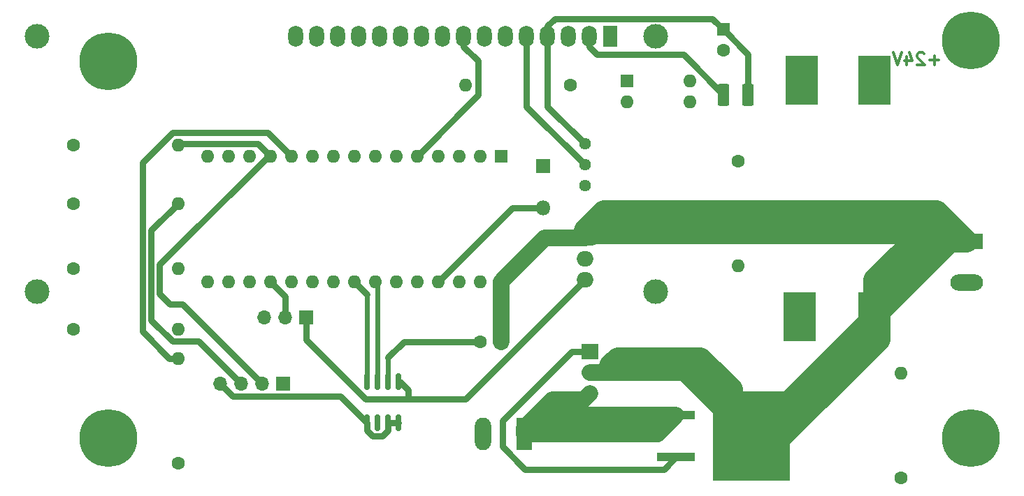
<source format=gbr>
%TF.GenerationSoftware,KiCad,Pcbnew,(6.0.5)*%
%TF.CreationDate,2022-05-15T12:42:04+02:00*%
%TF.ProjectId,pid_controller,7069645f-636f-46e7-9472-6f6c6c65722e,1.0*%
%TF.SameCoordinates,Original*%
%TF.FileFunction,Copper,L2,Bot*%
%TF.FilePolarity,Positive*%
%FSLAX46Y46*%
G04 Gerber Fmt 4.6, Leading zero omitted, Abs format (unit mm)*
G04 Created by KiCad (PCBNEW (6.0.5)) date 2022-05-15 12:42:04*
%MOMM*%
%LPD*%
G01*
G04 APERTURE LIST*
G04 Aperture macros list*
%AMRoundRect*
0 Rectangle with rounded corners*
0 $1 Rounding radius*
0 $2 $3 $4 $5 $6 $7 $8 $9 X,Y pos of 4 corners*
0 Add a 4 corners polygon primitive as box body*
4,1,4,$2,$3,$4,$5,$6,$7,$8,$9,$2,$3,0*
0 Add four circle primitives for the rounded corners*
1,1,$1+$1,$2,$3*
1,1,$1+$1,$4,$5*
1,1,$1+$1,$6,$7*
1,1,$1+$1,$8,$9*
0 Add four rect primitives between the rounded corners*
20,1,$1+$1,$2,$3,$4,$5,0*
20,1,$1+$1,$4,$5,$6,$7,0*
20,1,$1+$1,$6,$7,$8,$9,0*
20,1,$1+$1,$8,$9,$2,$3,0*%
G04 Aperture macros list end*
%ADD10C,0.300000*%
%TA.AperFunction,NonConductor*%
%ADD11C,0.300000*%
%TD*%
%TA.AperFunction,ComponentPad*%
%ADD12R,1.700000X1.700000*%
%TD*%
%TA.AperFunction,ComponentPad*%
%ADD13O,1.700000X1.700000*%
%TD*%
%TA.AperFunction,ComponentPad*%
%ADD14C,1.440000*%
%TD*%
%TA.AperFunction,ComponentPad*%
%ADD15R,1.600000X1.600000*%
%TD*%
%TA.AperFunction,ComponentPad*%
%ADD16C,1.600000*%
%TD*%
%TA.AperFunction,ComponentPad*%
%ADD17R,3.960000X1.980000*%
%TD*%
%TA.AperFunction,ComponentPad*%
%ADD18O,3.960000X1.980000*%
%TD*%
%TA.AperFunction,ComponentPad*%
%ADD19R,2.000000X1.905000*%
%TD*%
%TA.AperFunction,ComponentPad*%
%ADD20O,2.000000X1.905000*%
%TD*%
%TA.AperFunction,ComponentPad*%
%ADD21O,1.600000X1.600000*%
%TD*%
%TA.AperFunction,ComponentPad*%
%ADD22C,7.000000*%
%TD*%
%TA.AperFunction,ComponentPad*%
%ADD23R,1.800000X1.800000*%
%TD*%
%TA.AperFunction,ComponentPad*%
%ADD24O,1.800000X1.800000*%
%TD*%
%TA.AperFunction,ComponentPad*%
%ADD25R,1.980000X3.960000*%
%TD*%
%TA.AperFunction,ComponentPad*%
%ADD26O,1.980000X3.960000*%
%TD*%
%TA.AperFunction,SMDPad,CuDef*%
%ADD27RoundRect,0.150000X0.150000X-0.825000X0.150000X0.825000X-0.150000X0.825000X-0.150000X-0.825000X0*%
%TD*%
%TA.AperFunction,SMDPad,CuDef*%
%ADD28R,4.600000X1.100000*%
%TD*%
%TA.AperFunction,SMDPad,CuDef*%
%ADD29R,9.400000X10.800000*%
%TD*%
%TA.AperFunction,ComponentPad*%
%ADD30R,3.900000X6.000000*%
%TD*%
%TA.AperFunction,ComponentPad*%
%ADD31C,3.000000*%
%TD*%
%TA.AperFunction,ComponentPad*%
%ADD32R,1.800000X2.600000*%
%TD*%
%TA.AperFunction,ComponentPad*%
%ADD33O,1.800000X2.600000*%
%TD*%
%TA.AperFunction,SMDPad,CuDef*%
%ADD34RoundRect,0.250001X0.462499X1.074999X-0.462499X1.074999X-0.462499X-1.074999X0.462499X-1.074999X0*%
%TD*%
%TA.AperFunction,Conductor*%
%ADD35C,0.750000*%
%TD*%
%TA.AperFunction,Conductor*%
%ADD36C,0.600000*%
%TD*%
%TA.AperFunction,Conductor*%
%ADD37C,2.000000*%
%TD*%
%TA.AperFunction,Conductor*%
%ADD38C,2.750000*%
%TD*%
G04 APERTURE END LIST*
D10*
D11*
X189180457Y-63403942D02*
X188037600Y-63403942D01*
X188609028Y-63975371D02*
X188609028Y-62832514D01*
X187394742Y-62618228D02*
X187323314Y-62546800D01*
X187180457Y-62475371D01*
X186823314Y-62475371D01*
X186680457Y-62546800D01*
X186609028Y-62618228D01*
X186537600Y-62761085D01*
X186537600Y-62903942D01*
X186609028Y-63118228D01*
X187466171Y-63975371D01*
X186537600Y-63975371D01*
X185251885Y-62975371D02*
X185251885Y-63975371D01*
X185609028Y-62403942D02*
X185966171Y-63475371D01*
X185037600Y-63475371D01*
X184680457Y-62475371D02*
X184180457Y-63975371D01*
X183680457Y-62475371D01*
D12*
%TO.P,J4,1,Pin_1*%
%TO.N,/A*%
X109728000Y-102616000D03*
D13*
%TO.P,J4,2,Pin_2*%
%TO.N,/ROTARY_DATA*%
X107188000Y-102616000D03*
%TO.P,J4,3,Pin_3*%
%TO.N,/ROTARY_SWITCH*%
X104648000Y-102616000D03*
%TO.P,J4,4,Pin_4*%
%TO.N,GND*%
X102108000Y-102616000D03*
%TD*%
D14*
%TO.P,RV1,1,1*%
%TO.N,+5V*%
X146277018Y-73504991D03*
%TO.P,RV1,2,2*%
%TO.N,Net-(DS1-Pad5)*%
X146277018Y-76044991D03*
%TO.P,RV1,3,3*%
%TO.N,GND*%
X146277018Y-78584991D03*
%TD*%
D15*
%TO.P,C1,1*%
%TO.N,+12V*%
X136144000Y-97536000D03*
D16*
%TO.P,C1,2*%
%TO.N,GND*%
X133644000Y-97536000D03*
%TD*%
D17*
%TO.P,J1,1,Pin_1*%
%TO.N,+12V*%
X192532000Y-85344000D03*
D18*
%TO.P,J1,2,Pin_2*%
%TO.N,GND*%
X192532000Y-90344000D03*
%TD*%
D19*
%TO.P,U1,1,IN*%
%TO.N,+12V*%
X146277018Y-84963000D03*
D20*
%TO.P,U1,2,GND*%
%TO.N,GND*%
X146277018Y-87503000D03*
%TO.P,U1,3,OUT*%
%TO.N,+5V*%
X146277018Y-90043000D03*
%TD*%
D16*
%TO.P,R14,1*%
%TO.N,+5V*%
X84328000Y-96012000D03*
D21*
%TO.P,R14,2*%
%TO.N,SCL*%
X97028000Y-96012000D03*
%TD*%
D16*
%TO.P,R2,1*%
%TO.N,+24V*%
X164896800Y-75641200D03*
D21*
%TO.P,R2,2*%
%TO.N,Net-(R1-Pad2)*%
X164896800Y-88341200D03*
%TD*%
D22*
%TO.P,Hole3,3*%
%TO.N,GND*%
X193040000Y-109220000D03*
%TD*%
D23*
%TO.P,D1,1,K*%
%TO.N,+5V*%
X141224000Y-76200000D03*
D24*
%TO.P,D1,2,A*%
%TO.N,Net-(A1-Pad27)*%
X141224000Y-81280000D03*
%TD*%
D15*
%TO.P,C2,1*%
%TO.N,+5V*%
X163068000Y-59639200D03*
D16*
%TO.P,C2,2*%
%TO.N,GND*%
X163068000Y-62139200D03*
%TD*%
D22*
%TO.P,Hole2,2*%
%TO.N,GND*%
X88540000Y-109220000D03*
%TD*%
%TO.P,Hole4,4*%
%TO.N,GND*%
X193040000Y-60960000D03*
%TD*%
D15*
%TO.P,A1,1,D1/TX*%
%TO.N,Net-(A1-Pad1)*%
X136117018Y-75028991D03*
D21*
%TO.P,A1,2,D0/RX*%
%TO.N,Net-(A1-Pad2)*%
X133577018Y-75028991D03*
%TO.P,A1,3,~RESET*%
%TO.N,Net-(A1-Pad3)*%
X131037018Y-75028991D03*
%TO.P,A1,4,GND*%
%TO.N,GND*%
X128497018Y-75028991D03*
%TO.P,A1,5,D2*%
%TO.N,EN*%
X125957018Y-75028991D03*
%TO.P,A1,6,D3*%
%TO.N,PWM_Signal*%
X123417018Y-75028991D03*
%TO.P,A1,7,D4*%
%TO.N,D4*%
X120877018Y-75028991D03*
%TO.P,A1,8,D5*%
%TO.N,D5*%
X118337018Y-75028991D03*
%TO.P,A1,9,D6*%
%TO.N,D6*%
X115797018Y-75028991D03*
%TO.P,A1,10,D7*%
%TO.N,D7*%
X113257018Y-75028991D03*
%TO.P,A1,11,D8*%
%TO.N,/A*%
X110717018Y-75028991D03*
%TO.P,A1,12,D9*%
%TO.N,/ROTARY_DATA*%
X108177018Y-75028991D03*
%TO.P,A1,13,D10*%
%TO.N,RS*%
X105637018Y-75028991D03*
%TO.P,A1,14,D11*%
%TO.N,/ROTARY_SWITCH*%
X103097018Y-75028991D03*
%TO.P,A1,15,D12*%
%TO.N,Net-(A1-Pad15)*%
X100557018Y-75028991D03*
%TO.P,A1,16,D13*%
%TO.N,Net-(A1-Pad16)*%
X100557018Y-90268991D03*
%TO.P,A1,17,3V3*%
%TO.N,Net-(A1-Pad17)*%
X103097018Y-90268991D03*
%TO.P,A1,18,AREF*%
%TO.N,Net-(A1-Pad18)*%
X105637018Y-90268991D03*
%TO.P,A1,19,A0*%
%TO.N,Net-(A1-Pad19)*%
X108177018Y-90268991D03*
%TO.P,A1,20,A1*%
%TO.N,Net-(A1-Pad20)*%
X110717018Y-90268991D03*
%TO.P,A1,21,A2*%
%TO.N,Net-(A1-Pad21)*%
X113257018Y-90268991D03*
%TO.P,A1,22,A3*%
%TO.N,Net-(A1-Pad22)*%
X115797018Y-90268991D03*
%TO.P,A1,23,A4*%
%TO.N,SDA*%
X118337018Y-90268991D03*
%TO.P,A1,24,A5*%
%TO.N,SCL*%
X120877018Y-90268991D03*
%TO.P,A1,25,A6*%
%TO.N,Net-(A1-Pad25)*%
X123417018Y-90268991D03*
%TO.P,A1,26,A7*%
%TO.N,Net-(A1-Pad26)*%
X125957018Y-90268991D03*
%TO.P,A1,27,+5V*%
%TO.N,Net-(A1-Pad27)*%
X128497018Y-90268991D03*
%TO.P,A1,28,~RESET*%
%TO.N,Net-(A1-Pad28)*%
X131037018Y-90268991D03*
%TO.P,A1,29,GND*%
%TO.N,GND*%
X133577018Y-90268991D03*
%TO.P,A1,30,VIN*%
%TO.N,+12V*%
X136117018Y-90268991D03*
%TD*%
D12*
%TO.P,U2,1,+VS*%
%TO.N,+5V*%
X112495018Y-94586991D03*
D13*
%TO.P,U2,2,Vout*%
%TO.N,Net-(A1-Pad19)*%
X109955018Y-94586991D03*
%TO.P,U2,3,GND*%
%TO.N,GND*%
X107415018Y-94586991D03*
%TD*%
D15*
%TO.P,U5,1*%
%TO.N,Net-(R5-Pad1)*%
X151434800Y-65887600D03*
D21*
%TO.P,U5,2*%
%TO.N,GND*%
X151434800Y-68427600D03*
%TO.P,U5,3*%
X159054800Y-68427600D03*
%TO.P,U5,4*%
%TO.N,Net-(R1-Pad2)*%
X159054800Y-65887600D03*
%TD*%
D16*
%TO.P,R4,1*%
%TO.N,Net-(Q1-Pad1)*%
X184556400Y-114046000D03*
D21*
%TO.P,R4,2*%
%TO.N,Net-(R1-Pad2)*%
X184556400Y-101346000D03*
%TD*%
D16*
%TO.P,R10,1*%
%TO.N,+5V*%
X84328000Y-73660000D03*
D21*
%TO.P,R10,2*%
%TO.N,/ROTARY_DATA*%
X97028000Y-73660000D03*
%TD*%
D19*
%TO.P,Q1,1,G*%
%TO.N,Net-(Q1-Pad1)*%
X146913600Y-98755200D03*
D20*
%TO.P,Q1,2,D*%
%TO.N,+12V*%
X146913600Y-101295200D03*
%TO.P,Q1,3,S*%
%TO.N,/HeaterPowerOut*%
X146913600Y-103835200D03*
%TD*%
D16*
%TO.P,R6,1*%
%TO.N,Net-(R5-Pad1)*%
X144576800Y-66446400D03*
D21*
%TO.P,R6,2*%
%TO.N,PWM_Signal*%
X131876800Y-66446400D03*
%TD*%
D22*
%TO.P,Hole1,1*%
%TO.N,GND*%
X88540000Y-63500000D03*
%TD*%
D16*
%TO.P,R16,1*%
%TO.N,+5V*%
X84328000Y-88646000D03*
D21*
%TO.P,R16,2*%
%TO.N,SDA*%
X97028000Y-88646000D03*
%TD*%
D16*
%TO.P,R12,1*%
%TO.N,+5V*%
X97078800Y-112268000D03*
D21*
%TO.P,R12,2*%
%TO.N,/A*%
X97078800Y-99568000D03*
%TD*%
D16*
%TO.P,R8,1*%
%TO.N,+5V*%
X84328000Y-80772000D03*
D21*
%TO.P,R8,2*%
%TO.N,/ROTARY_SWITCH*%
X97028000Y-80772000D03*
%TD*%
D25*
%TO.P,J2,1,Pin_1*%
%TO.N,/HeaterPowerOut*%
X138938000Y-108712000D03*
D26*
%TO.P,J2,2,Pin_2*%
%TO.N,GND*%
X133938000Y-108712000D03*
%TD*%
D27*
%TO.P,U4,1,A0*%
%TO.N,GND*%
X123698000Y-107377000D03*
%TO.P,U4,2,A1*%
X122428000Y-107377000D03*
%TO.P,U4,3,A2*%
%TO.N,Net-(U4-Pad3)*%
X121158000Y-107377000D03*
%TO.P,U4,4,GND*%
%TO.N,GND*%
X119888000Y-107377000D03*
%TO.P,U4,5,SDA*%
%TO.N,SDA*%
X119888000Y-102427000D03*
%TO.P,U4,6,SCL*%
%TO.N,SCL*%
X121158000Y-102427000D03*
%TO.P,U4,7,WP*%
%TO.N,GND*%
X122428000Y-102427000D03*
%TO.P,U4,8,VCC*%
%TO.N,+5V*%
X123698000Y-102427000D03*
%TD*%
D28*
%TO.P,Q2,1,G*%
%TO.N,Net-(Q1-Pad1)*%
X157343800Y-111556800D03*
D29*
%TO.P,Q2,2,D*%
%TO.N,+12V*%
X166493800Y-109016800D03*
D28*
%TO.P,Q2,3,S*%
%TO.N,/HeaterPowerOut*%
X157343800Y-106476800D03*
%TD*%
D30*
%TO.P,U3,1,+Vin*%
%TO.N,+12V*%
X181347600Y-94518000D03*
%TO.P,U3,2,-Vin*%
%TO.N,GND*%
X172313600Y-94518000D03*
%TO.P,U3,3,+Vout*%
%TO.N,+24V*%
X181347600Y-65786000D03*
%TO.P,U3,4,-Vout*%
%TO.N,GND*%
X172567600Y-65786000D03*
%TD*%
D31*
%TO.P,DS1,*%
%TO.N,*%
X154901900Y-91503500D03*
X154901900Y-60502800D03*
X79902800Y-60502800D03*
X79903320Y-91503500D03*
D32*
%TO.P,DS1,1,LEDK*%
%TO.N,GND*%
X149402800Y-60502800D03*
D33*
%TO.P,DS1,2,LEDA*%
%TO.N,Net-(DS1-Pad2)*%
X146862800Y-60502800D03*
%TO.P,DS1,3,VSS*%
%TO.N,GND*%
X144322800Y-60502800D03*
%TO.P,DS1,4,VDD*%
%TO.N,+5V*%
X141782800Y-60502800D03*
%TO.P,DS1,5,Vo*%
%TO.N,Net-(DS1-Pad5)*%
X139242800Y-60502800D03*
%TO.P,DS1,6,RS*%
%TO.N,RS*%
X136702800Y-60502800D03*
%TO.P,DS1,7,R/~W*%
%TO.N,GND*%
X134162800Y-60502800D03*
%TO.P,DS1,8,E*%
%TO.N,EN*%
X131622800Y-60502800D03*
%TO.P,DS1,9,DB0*%
%TO.N,Net-(DS1-Pad9)*%
X129082800Y-60502800D03*
%TO.P,DS1,10,DB1*%
%TO.N,Net-(DS1-Pad10)*%
X126542800Y-60502800D03*
%TO.P,DS1,11,DB2*%
%TO.N,Net-(DS1-Pad11)*%
X124002800Y-60502800D03*
%TO.P,DS1,12,DB3*%
%TO.N,Net-(DS1-Pad12)*%
X121462800Y-60502800D03*
%TO.P,DS1,13,DB4*%
%TO.N,D4*%
X118922800Y-60502800D03*
%TO.P,DS1,14,DB5*%
%TO.N,D5*%
X116382800Y-60502800D03*
%TO.P,DS1,15,DB6*%
%TO.N,D6*%
X113842800Y-60502800D03*
%TO.P,DS1,16,DB7*%
%TO.N,D7*%
X111302800Y-60502800D03*
%TD*%
D34*
%TO.P,R17,1*%
%TO.N,+5V*%
X166079500Y-67564000D03*
%TO.P,R17,2*%
%TO.N,Net-(DS1-Pad2)*%
X163104500Y-67564000D03*
%TD*%
D35*
%TO.N,/ROTARY_SWITCH*%
X98757001Y-97487001D02*
X96319999Y-97487001D01*
X93740990Y-84059010D02*
X97028000Y-80772000D01*
X99519001Y-97487001D02*
X104648000Y-102616000D01*
X98757001Y-97487001D02*
X99519001Y-97487001D01*
X93740990Y-94907992D02*
X93740990Y-84059010D01*
X96319999Y-97487001D02*
X93740990Y-94907992D01*
%TO.N,GND*%
X123698000Y-107377000D02*
X122428000Y-107377000D01*
X124358400Y-97536000D02*
X122478800Y-99415600D01*
X122428000Y-108352000D02*
X121752990Y-109027010D01*
D36*
X122377200Y-99517200D02*
X122428000Y-99568000D01*
D35*
X121752990Y-109027010D02*
X120563010Y-109027010D01*
X122428000Y-107377000D02*
X122428000Y-108352000D01*
X119888000Y-108352000D02*
X119888000Y-107377000D01*
X133644000Y-97536000D02*
X124358400Y-97536000D01*
D36*
X122428000Y-99568000D02*
X122428000Y-101701600D01*
D35*
X120563010Y-109027010D02*
X119888000Y-108352000D01*
X116652010Y-104141010D02*
X119888000Y-107377000D01*
X102108000Y-102616000D02*
X103633010Y-104141010D01*
X103633010Y-104141010D02*
X116652010Y-104141010D01*
%TO.N,/A*%
X107873026Y-72184999D02*
X110717018Y-75028991D01*
X92690980Y-75814018D02*
X96319999Y-72184999D01*
X97078800Y-99568000D02*
X95947430Y-99568000D01*
X96319999Y-72184999D02*
X107873026Y-72184999D01*
X95947430Y-99568000D02*
X92690980Y-96311550D01*
X92690980Y-96311550D02*
X92690980Y-75814018D01*
%TO.N,+5V*%
X123850400Y-102362000D02*
X124866400Y-103378000D01*
X141782800Y-69010773D02*
X141782800Y-60502800D01*
X161756599Y-58327799D02*
X163068000Y-59639200D01*
X166079500Y-67564000D02*
X166079500Y-62650700D01*
X146277018Y-73504991D02*
X141782800Y-69010773D01*
X131824418Y-104495600D02*
X124866400Y-104495600D01*
X146277018Y-90043000D02*
X131824418Y-104495600D01*
X112495018Y-97299020D02*
X112495018Y-94586991D01*
X119691598Y-104495600D02*
X112495018Y-97299020D01*
X141782800Y-60502800D02*
X141782800Y-59252800D01*
X124866400Y-104495600D02*
X119691598Y-104495600D01*
X141782800Y-59252800D02*
X142707801Y-58327799D01*
X166079500Y-62650700D02*
X163068000Y-59639200D01*
X142707801Y-58327799D02*
X161756599Y-58327799D01*
X124866400Y-103378000D02*
X124866400Y-104495600D01*
%TO.N,Net-(Q1-Pad1)*%
X139070998Y-113030000D02*
X155870600Y-113030000D01*
X136296400Y-110255402D02*
X139070998Y-113030000D01*
X146913600Y-98755200D02*
X144709798Y-98755200D01*
X144709798Y-98755200D02*
X136296400Y-107168598D01*
X155870600Y-113030000D02*
X157343800Y-111556800D01*
X136296400Y-107168598D02*
X136296400Y-110255402D01*
%TO.N,SCL*%
X121158000Y-90549973D02*
X120877018Y-90268991D01*
D36*
X121158000Y-102177000D02*
X121158000Y-90549973D01*
D35*
%TO.N,Net-(DS1-Pad5)*%
X139242800Y-69010773D02*
X139242800Y-60502800D01*
X146277018Y-76044991D02*
X139242800Y-69010773D01*
D37*
%TO.N,+12V*%
X136117018Y-90268991D02*
X136117018Y-97509018D01*
D38*
X192532000Y-85344000D02*
X191542001Y-84354001D01*
X188925200Y-81737200D02*
X148590000Y-81737200D01*
X188468000Y-85344000D02*
X186080400Y-85344000D01*
D37*
X141423009Y-84963000D02*
X146277018Y-84963000D01*
D38*
X170230800Y-109016800D02*
X181965600Y-97282000D01*
X183032400Y-92833200D02*
X186283600Y-85852000D01*
D37*
X136117018Y-97509018D02*
X136144000Y-97536000D01*
D38*
X148590000Y-81737200D02*
X146304000Y-84023200D01*
X192532000Y-85344000D02*
X188468000Y-85344000D01*
X160324800Y-99568000D02*
X164084000Y-103327200D01*
X191542001Y-84354001D02*
X147395599Y-84354001D01*
X166493800Y-109016800D02*
X170230800Y-109016800D01*
X181406800Y-90017600D02*
X181406800Y-94589600D01*
X192532000Y-85344000D02*
X188925200Y-81737200D01*
X190521600Y-85344000D02*
X181347600Y-94518000D01*
D37*
X158772200Y-101295200D02*
X146913600Y-101295200D01*
X166493800Y-109016800D02*
X158772200Y-101295200D01*
D38*
X166493800Y-109016800D02*
X166848800Y-109016800D01*
X150317200Y-99568000D02*
X149402800Y-100482400D01*
X181347600Y-94518000D02*
X183032400Y-92833200D01*
X157045000Y-99568000D02*
X160324800Y-99568000D01*
X157045000Y-99568000D02*
X150317200Y-99568000D01*
X186080400Y-85344000D02*
X181406800Y-90017600D01*
X192532000Y-85344000D02*
X190521600Y-85344000D01*
X166493800Y-109016800D02*
X157045000Y-99568000D01*
X166848800Y-109016800D02*
X181347600Y-94518000D01*
X164084000Y-103327200D02*
X164134800Y-103327200D01*
D37*
X136117018Y-90268991D02*
X141423009Y-84963000D01*
D38*
X147395599Y-84354001D02*
X147320000Y-84429600D01*
D37*
%TO.N,/HeaterPowerOut*%
X153152800Y-106756200D02*
X155108600Y-108712000D01*
X142036800Y-108712000D02*
X155108600Y-108712000D01*
X143992600Y-106756200D02*
X146126200Y-104622600D01*
X140208000Y-108712000D02*
X142697200Y-106222800D01*
X138938000Y-108712000D02*
X140208000Y-108712000D01*
X157343800Y-106476800D02*
X144272000Y-106476800D01*
X144272000Y-106476800D02*
X143992600Y-106756200D01*
X142367000Y-104622600D02*
X146126200Y-104622600D01*
X142697200Y-106222800D02*
X142900400Y-106222800D01*
X138938000Y-108712000D02*
X142036800Y-108712000D01*
X155108600Y-108712000D02*
X157343800Y-106476800D01*
X146126200Y-104622600D02*
X146913600Y-103835200D01*
X138938000Y-108051600D02*
X142367000Y-104622600D01*
X142036800Y-108712000D02*
X143992600Y-106756200D01*
X143992600Y-106756200D02*
X153152800Y-106756200D01*
X138938000Y-108712000D02*
X138938000Y-108051600D01*
D35*
%TO.N,Net-(A1-Pad19)*%
X109955018Y-94586991D02*
X109955018Y-92046991D01*
X109955018Y-92046991D02*
X108177018Y-90268991D01*
%TO.N,Net-(A1-Pad27)*%
X137486009Y-81280000D02*
X128497018Y-90268991D01*
X141224000Y-81280000D02*
X137486009Y-81280000D01*
%TO.N,EN*%
X133351801Y-63481801D02*
X131622800Y-61752800D01*
X133351801Y-67634208D02*
X133351801Y-63481801D01*
X125957018Y-75028991D02*
X133351801Y-67634208D01*
X131622800Y-61752800D02*
X131622800Y-60502800D01*
%TO.N,SDA*%
X118208991Y-90268991D02*
X118337018Y-90268991D01*
D36*
X119888000Y-102177000D02*
X119888000Y-91819973D01*
D35*
X119888000Y-91819973D02*
X118337018Y-90268991D01*
%TO.N,Net-(DS1-Pad2)*%
X163104500Y-67564000D02*
X158218301Y-62677801D01*
X147787801Y-62677801D02*
X146862800Y-61752800D01*
X158218301Y-62677801D02*
X147787801Y-62677801D01*
X146862800Y-61752800D02*
X146862800Y-60502800D01*
X146277018Y-61088582D02*
X146862800Y-60502800D01*
%TO.N,/ROTARY_DATA*%
X108177018Y-75028991D02*
X106702017Y-73553990D01*
X96012000Y-92964000D02*
X94790999Y-91742999D01*
X94790999Y-90980999D02*
X94790999Y-88191999D01*
X107954007Y-75028991D02*
X108177018Y-75028991D01*
X94790999Y-88191999D02*
X107954007Y-75028991D01*
X97134010Y-73553990D02*
X97028000Y-73660000D01*
X106702017Y-73553990D02*
X97134010Y-73553990D01*
X107188000Y-102616000D02*
X97536000Y-92964000D01*
X96520000Y-92964000D02*
X96012000Y-92964000D01*
X97536000Y-92964000D02*
X96520000Y-92964000D01*
X94790999Y-91742999D02*
X94790999Y-90980999D01*
%TD*%
M02*

</source>
